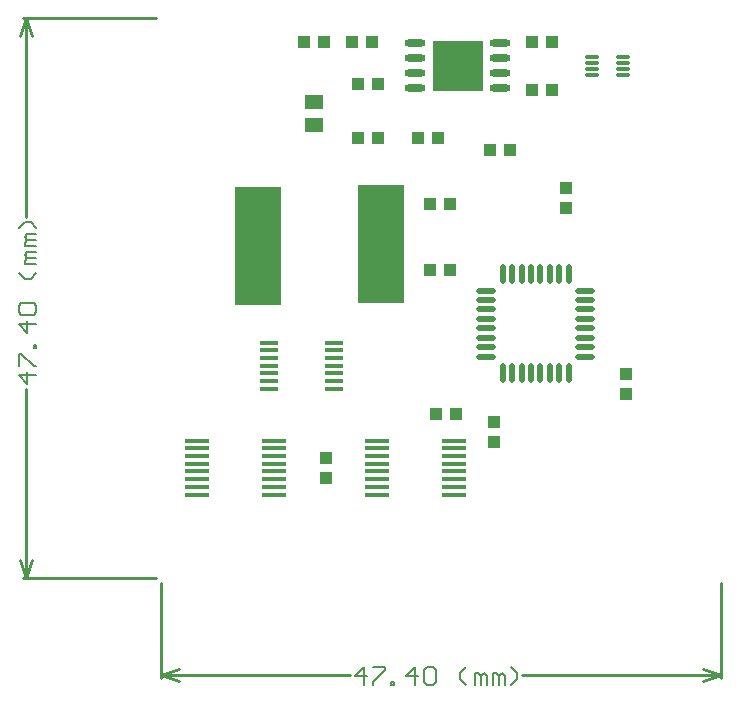
<source format=gtp>
%FSLAX42Y42*%
%MOMM*%
G71*
G01*
G75*
G04 Layer_Color=8421504*
%ADD10R,1.00X1.10*%
%ADD11R,1.65X0.30*%
%ADD12R,1.10X1.00*%
%ADD13O,1.25X0.30*%
%ADD14O,0.55X1.65*%
%ADD15O,1.65X0.55*%
%ADD16R,2.15X0.40*%
%ADD17R,2.15X0.40*%
%ADD18R,4.00X10.00*%
%ADD19R,1.50X1.30*%
%ADD20O,1.80X0.60*%
%ADD21R,4.20X4.20*%
%ADD22C,0.20*%
%ADD23C,0.50*%
%ADD24C,0.40*%
%ADD25C,2.00*%
%ADD26C,0.48*%
%ADD27C,0.16*%
%ADD28C,1.00*%
%ADD29C,0.32*%
%ADD30C,0.80*%
%ADD31C,0.25*%
%ADD32C,0.15*%
%ADD33C,1.50*%
%ADD34C,1.50*%
%ADD35R,1.50X1.50*%
%ADD36C,3.81*%
%ADD37R,1.50X1.50*%
%ADD38R,1.35X1.35*%
%ADD39C,1.35*%
%ADD40R,1.35X1.35*%
%ADD41C,1.00*%
%ADD42C,0.25*%
%ADD43C,0.60*%
%ADD44C,0.20*%
D10*
X6604Y8602D02*
D03*
Y8772D02*
D03*
X9144Y9313D02*
D03*
Y9483D02*
D03*
X8636Y10888D02*
D03*
Y11058D02*
D03*
X8026Y9077D02*
D03*
Y8907D02*
D03*
D11*
X6123Y9745D02*
D03*
Y9680D02*
D03*
Y9615D02*
D03*
Y9550D02*
D03*
Y9485D02*
D03*
Y9420D02*
D03*
Y9355D02*
D03*
X6678Y9745D02*
D03*
Y9680D02*
D03*
Y9615D02*
D03*
Y9550D02*
D03*
Y9485D02*
D03*
Y9420D02*
D03*
Y9355D02*
D03*
D12*
X7654Y10922D02*
D03*
X7484D02*
D03*
X7654Y10363D02*
D03*
X7484D02*
D03*
X7705Y9144D02*
D03*
X7535D02*
D03*
X6994Y12294D02*
D03*
X6824D02*
D03*
X6587D02*
D03*
X6417D02*
D03*
X8518Y11887D02*
D03*
X8348D02*
D03*
X7992Y11379D02*
D03*
X8162D02*
D03*
X8518Y12294D02*
D03*
X8348D02*
D03*
X7045Y11938D02*
D03*
X6875D02*
D03*
Y11481D02*
D03*
X7045D02*
D03*
X7383D02*
D03*
X7553D02*
D03*
D13*
X8859Y12165D02*
D03*
Y12115D02*
D03*
Y12065D02*
D03*
Y12015D02*
D03*
X9124Y12165D02*
D03*
Y12115D02*
D03*
Y12065D02*
D03*
Y12015D02*
D03*
D14*
X8102Y10326D02*
D03*
X8182D02*
D03*
X8262D02*
D03*
X8342D02*
D03*
X8422D02*
D03*
X8502D02*
D03*
X8582D02*
D03*
X8662D02*
D03*
Y9486D02*
D03*
X8582D02*
D03*
X8502D02*
D03*
X8422D02*
D03*
X8342D02*
D03*
X8262D02*
D03*
X8182D02*
D03*
X8102D02*
D03*
D15*
X8802Y10186D02*
D03*
Y10106D02*
D03*
Y10026D02*
D03*
Y9946D02*
D03*
Y9866D02*
D03*
Y9786D02*
D03*
Y9706D02*
D03*
Y9626D02*
D03*
X7962D02*
D03*
Y9706D02*
D03*
Y9786D02*
D03*
Y9866D02*
D03*
Y9946D02*
D03*
Y10026D02*
D03*
Y10106D02*
D03*
Y10186D02*
D03*
D16*
X6170Y8459D02*
D03*
Y8524D02*
D03*
Y8589D02*
D03*
Y8654D02*
D03*
Y8719D02*
D03*
Y8784D02*
D03*
Y8849D02*
D03*
Y8914D02*
D03*
X5515Y8459D02*
D03*
Y8524D02*
D03*
Y8589D02*
D03*
Y8654D02*
D03*
Y8719D02*
D03*
Y8784D02*
D03*
Y8849D02*
D03*
X7694Y8459D02*
D03*
Y8524D02*
D03*
Y8589D02*
D03*
Y8654D02*
D03*
Y8719D02*
D03*
Y8784D02*
D03*
Y8849D02*
D03*
Y8914D02*
D03*
X7039Y8459D02*
D03*
Y8524D02*
D03*
Y8589D02*
D03*
Y8654D02*
D03*
Y8719D02*
D03*
Y8784D02*
D03*
Y8849D02*
D03*
D17*
X5515Y8914D02*
D03*
X7039D02*
D03*
D18*
X7074Y10579D02*
D03*
X6033Y10566D02*
D03*
D19*
X6502Y11779D02*
D03*
Y11589D02*
D03*
D20*
X8082Y11900D02*
D03*
Y12027D02*
D03*
Y12154D02*
D03*
Y12281D02*
D03*
X7362Y11900D02*
D03*
Y12027D02*
D03*
Y12154D02*
D03*
Y12281D02*
D03*
D21*
X7722Y12090D02*
D03*
D31*
X9950Y6909D02*
Y7710D01*
X5210Y6909D02*
Y7710D01*
X8266Y6934D02*
X9950D01*
X5210D02*
X6813D01*
X9798Y6985D02*
X9950Y6934D01*
X9798Y6883D02*
X9950Y6934D01*
X5210D02*
X5362Y6883D01*
X5210Y6934D02*
X5362Y6985D01*
X4039Y12490D02*
X5170D01*
X4039Y7750D02*
X5170D01*
X4064Y10806D02*
Y12490D01*
Y7750D02*
Y9353D01*
X4013Y12338D02*
X4064Y12490D01*
X4115Y12338D01*
X4064Y7750D02*
X4115Y7902D01*
X4013D02*
X4064Y7750D01*
D32*
X6930Y6843D02*
Y6995D01*
X6854Y6919D01*
X6955D01*
X7006Y6995D02*
X7108D01*
Y6970D01*
X7006Y6868D01*
Y6843D01*
X7158D02*
Y6868D01*
X7184D01*
Y6843D01*
X7158D01*
X7362D02*
Y6995D01*
X7285Y6919D01*
X7387D01*
X7438Y6970D02*
X7463Y6995D01*
X7514D01*
X7539Y6970D01*
Y6868D01*
X7514Y6843D01*
X7463D01*
X7438Y6868D01*
Y6970D01*
X7793Y6843D02*
X7742Y6894D01*
Y6944D01*
X7793Y6995D01*
X7869Y6843D02*
Y6944D01*
X7895D01*
X7920Y6919D01*
Y6843D01*
Y6919D01*
X7946Y6944D01*
X7971Y6919D01*
Y6843D01*
X8022D02*
Y6944D01*
X8047D01*
X8073Y6919D01*
Y6843D01*
Y6919D01*
X8098Y6944D01*
X8123Y6919D01*
Y6843D01*
X8174D02*
X8225Y6894D01*
Y6944D01*
X8174Y6995D01*
X4155Y9470D02*
X4003D01*
X4079Y9394D01*
Y9495D01*
X4003Y9546D02*
Y9648D01*
X4028D01*
X4130Y9546D01*
X4155D01*
Y9698D02*
X4130D01*
Y9724D01*
X4155D01*
Y9698D01*
Y9902D02*
X4003D01*
X4079Y9825D01*
Y9927D01*
X4028Y9978D02*
X4003Y10003D01*
Y10054D01*
X4028Y10079D01*
X4130D01*
X4155Y10054D01*
Y10003D01*
X4130Y9978D01*
X4028D01*
X4155Y10333D02*
X4105Y10282D01*
X4054D01*
X4003Y10333D01*
X4155Y10409D02*
X4054D01*
Y10435D01*
X4079Y10460D01*
X4155D01*
X4079D01*
X4054Y10486D01*
X4079Y10511D01*
X4155D01*
Y10562D02*
X4054D01*
Y10587D01*
X4079Y10613D01*
X4155D01*
X4079D01*
X4054Y10638D01*
X4079Y10663D01*
X4155D01*
Y10714D02*
X4105Y10765D01*
X4054D01*
X4003Y10714D01*
M02*

</source>
